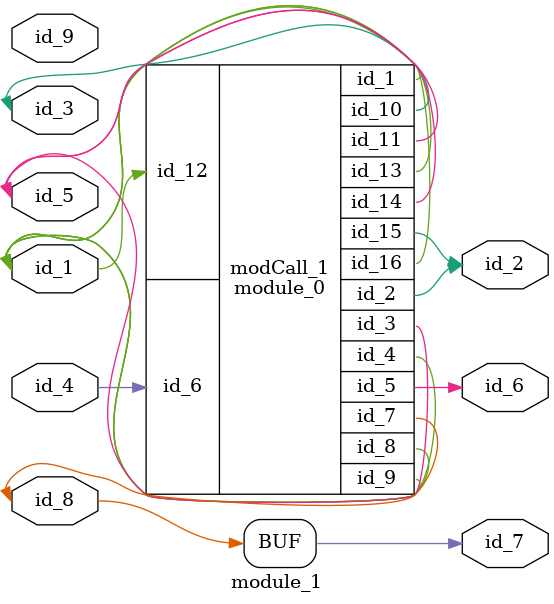
<source format=v>
module module_0 (
    id_1,
    id_2,
    id_3,
    id_4,
    id_5,
    id_6,
    id_7,
    id_8,
    id_9,
    id_10,
    id_11,
    id_12,
    id_13,
    id_14,
    id_15,
    id_16
);
  output wire id_16;
  output wire id_15;
  inout wire id_14;
  inout wire id_13;
  input wire id_12;
  inout wire id_11;
  output wire id_10;
  inout wire id_9;
  inout wire id_8;
  output wire id_7;
  input wire id_6;
  output wire id_5;
  inout wire id_4;
  inout wire id_3;
  output wire id_2;
  output wire id_1;
  assign id_15 = id_12;
  wire id_17;
endmodule
module module_1 (
    id_1,
    id_2,
    id_3,
    id_4,
    id_5,
    id_6,
    id_7,
    id_8,
    id_9
);
  input wire id_9;
  input wire id_8;
  output wire id_7;
  output wire id_6;
  inout wire id_5;
  input wire id_4;
  inout wire id_3;
  output wire id_2;
  inout wire id_1;
  assign id_7 = id_8;
  module_0 modCall_1 (
      id_1,
      id_2,
      id_5,
      id_1,
      id_6,
      id_4,
      id_7,
      id_1,
      id_1,
      id_3,
      id_5,
      id_1,
      id_1,
      id_5,
      id_2,
      id_1
  );
  wire id_10;
endmodule

</source>
